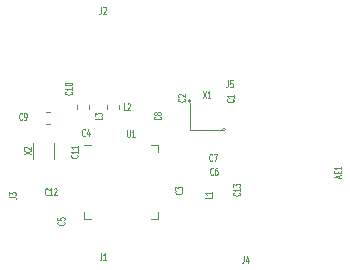
<source format=gto>
%TF.GenerationSoftware,KiCad,Pcbnew,(5.1.6)-1*%
%TF.CreationDate,2020-10-25T10:58:20+08:00*%
%TF.ProjectId,NRF52840,4e524635-3238-4343-902e-6b696361645f,rev?*%
%TF.SameCoordinates,Original*%
%TF.FileFunction,Legend,Top*%
%TF.FilePolarity,Positive*%
%FSLAX46Y46*%
G04 Gerber Fmt 4.6, Leading zero omitted, Abs format (unit mm)*
G04 Created by KiCad (PCBNEW (5.1.6)-1) date 2020-10-25 10:58:20*
%MOMM*%
%LPD*%
G01*
G04 APERTURE LIST*
%ADD10C,0.100000*%
%ADD11C,0.120000*%
%ADD12O,1.600000X0.900000*%
%ADD13O,0.900000X1.600000*%
%ADD14R,1.900000X1.100000*%
%ADD15R,1.000000X0.900000*%
%ADD16R,4.700000X4.700000*%
G04 APERTURE END LIST*
D10*
X132290742Y-114626340D02*
G75*
G03*
X132290742Y-114626340I-128062J0D01*
G01*
X135184746Y-117066340D02*
G75*
G03*
X135184746Y-117066340I-122066J0D01*
G01*
D11*
%TO.C,X2*%
X118897680Y-119531340D02*
X118897680Y-118181340D01*
X120647680Y-119531340D02*
X120647680Y-118181340D01*
%TO.C,X1*%
X132194740Y-117098400D02*
X134894740Y-117098400D01*
X132194740Y-114798400D02*
X132194740Y-117098400D01*
%TO.C,U1*%
X123792680Y-118396340D02*
X123242680Y-118396340D01*
X129462680Y-124616340D02*
X129462680Y-124066340D01*
X128912680Y-124616340D02*
X129462680Y-124616340D01*
X123242680Y-124616340D02*
X123242680Y-124066340D01*
X123792680Y-124616340D02*
X123242680Y-124616340D01*
X129462680Y-118396340D02*
X129462680Y-118946340D01*
X128912680Y-118396340D02*
X129462680Y-118396340D01*
%TO.C,L2*%
X125142680Y-114965073D02*
X125142680Y-115307607D01*
X126162680Y-114965073D02*
X126162680Y-115307607D01*
%TO.C,C10*%
X122632680Y-114975073D02*
X122632680Y-115317607D01*
X123652680Y-114975073D02*
X123652680Y-115317607D01*
%TO.C,C9*%
X120363947Y-115546340D02*
X120021413Y-115546340D01*
X120363947Y-116566340D02*
X120021413Y-116566340D01*
%TO.C,J3*%
D10*
X116854108Y-122779673D02*
X117282680Y-122779673D01*
X117368394Y-122798720D01*
X117425537Y-122836816D01*
X117454108Y-122893959D01*
X117454108Y-122932054D01*
X116854108Y-122627292D02*
X116854108Y-122379673D01*
X117082680Y-122513006D01*
X117082680Y-122455863D01*
X117111251Y-122417768D01*
X117139822Y-122398720D01*
X117196965Y-122379673D01*
X117339822Y-122379673D01*
X117396965Y-122398720D01*
X117425537Y-122417768D01*
X117454108Y-122455863D01*
X117454108Y-122570149D01*
X117425537Y-122608244D01*
X117396965Y-122627292D01*
%TO.C,J4*%
X136719346Y-127747768D02*
X136719346Y-128176340D01*
X136700299Y-128262054D01*
X136662203Y-128319197D01*
X136605060Y-128347768D01*
X136566965Y-128347768D01*
X137081251Y-127947768D02*
X137081251Y-128347768D01*
X136986013Y-127719197D02*
X136890775Y-128147768D01*
X137138394Y-128147768D01*
%TO.C,J1*%
X124679346Y-127497768D02*
X124679346Y-127926340D01*
X124660299Y-128012054D01*
X124622203Y-128069197D01*
X124565060Y-128097768D01*
X124526965Y-128097768D01*
X125079346Y-128097768D02*
X124850775Y-128097768D01*
X124965060Y-128097768D02*
X124965060Y-127497768D01*
X124926965Y-127583482D01*
X124888870Y-127640625D01*
X124850775Y-127669197D01*
%TO.C,J5*%
X135409346Y-112867768D02*
X135409346Y-113296340D01*
X135390299Y-113382054D01*
X135352203Y-113439197D01*
X135295060Y-113467768D01*
X135256965Y-113467768D01*
X135790299Y-112867768D02*
X135599822Y-112867768D01*
X135580775Y-113153482D01*
X135599822Y-113124911D01*
X135637918Y-113096340D01*
X135733156Y-113096340D01*
X135771251Y-113124911D01*
X135790299Y-113153482D01*
X135809346Y-113210625D01*
X135809346Y-113353482D01*
X135790299Y-113410625D01*
X135771251Y-113439197D01*
X135733156Y-113467768D01*
X135637918Y-113467768D01*
X135599822Y-113439197D01*
X135580775Y-113410625D01*
%TO.C,J2*%
X124659346Y-106657768D02*
X124659346Y-107086340D01*
X124640299Y-107172054D01*
X124602203Y-107229197D01*
X124545060Y-107257768D01*
X124506965Y-107257768D01*
X124830775Y-106714911D02*
X124849822Y-106686340D01*
X124887918Y-106657768D01*
X124983156Y-106657768D01*
X125021251Y-106686340D01*
X125040299Y-106714911D01*
X125059346Y-106772054D01*
X125059346Y-106829197D01*
X125040299Y-106914911D01*
X124811727Y-107257768D01*
X125059346Y-107257768D01*
%TO.C,AE1*%
X144822680Y-121133006D02*
X144822680Y-120942530D01*
X144994108Y-121171101D02*
X144394108Y-121037768D01*
X144994108Y-120904435D01*
X144679822Y-120771101D02*
X144679822Y-120637768D01*
X144994108Y-120580625D02*
X144994108Y-120771101D01*
X144394108Y-120771101D01*
X144394108Y-120580625D01*
X144994108Y-120199673D02*
X144994108Y-120428244D01*
X144994108Y-120313959D02*
X144394108Y-120313959D01*
X144479822Y-120352054D01*
X144536965Y-120390149D01*
X144565537Y-120428244D01*
%TO.C,C13*%
X136356965Y-122403482D02*
X136385537Y-122422530D01*
X136414108Y-122479673D01*
X136414108Y-122517768D01*
X136385537Y-122574911D01*
X136328394Y-122613006D01*
X136271251Y-122632054D01*
X136156965Y-122651101D01*
X136071251Y-122651101D01*
X135956965Y-122632054D01*
X135899822Y-122613006D01*
X135842680Y-122574911D01*
X135814108Y-122517768D01*
X135814108Y-122479673D01*
X135842680Y-122422530D01*
X135871251Y-122403482D01*
X136414108Y-122022530D02*
X136414108Y-122251101D01*
X136414108Y-122136816D02*
X135814108Y-122136816D01*
X135899822Y-122174911D01*
X135956965Y-122213006D01*
X135985537Y-122251101D01*
X135814108Y-121889197D02*
X135814108Y-121641578D01*
X136042680Y-121774911D01*
X136042680Y-121717768D01*
X136071251Y-121679673D01*
X136099822Y-121660625D01*
X136156965Y-121641578D01*
X136299822Y-121641578D01*
X136356965Y-121660625D01*
X136385537Y-121679673D01*
X136414108Y-121717768D01*
X136414108Y-121832054D01*
X136385537Y-121870149D01*
X136356965Y-121889197D01*
%TO.C,X2*%
X118104108Y-119150149D02*
X118704108Y-118883482D01*
X118104108Y-118883482D02*
X118704108Y-119150149D01*
X118161251Y-118750149D02*
X118132680Y-118731101D01*
X118104108Y-118693006D01*
X118104108Y-118597768D01*
X118132680Y-118559673D01*
X118161251Y-118540625D01*
X118218394Y-118521578D01*
X118275537Y-118521578D01*
X118361251Y-118540625D01*
X118704108Y-118769197D01*
X118704108Y-118521578D01*
%TO.C,X1*%
X133268870Y-113767768D02*
X133535537Y-114367768D01*
X133535537Y-113767768D02*
X133268870Y-114367768D01*
X133897441Y-114367768D02*
X133668870Y-114367768D01*
X133783156Y-114367768D02*
X133783156Y-113767768D01*
X133745060Y-113853482D01*
X133706965Y-113910625D01*
X133668870Y-113939197D01*
%TO.C,U1*%
X126857918Y-117087768D02*
X126857918Y-117573482D01*
X126876965Y-117630625D01*
X126896013Y-117659197D01*
X126934108Y-117687768D01*
X127010299Y-117687768D01*
X127048394Y-117659197D01*
X127067441Y-117630625D01*
X127086489Y-117573482D01*
X127086489Y-117087768D01*
X127486489Y-117687768D02*
X127257918Y-117687768D01*
X127372203Y-117687768D02*
X127372203Y-117087768D01*
X127334108Y-117173482D01*
X127296013Y-117230625D01*
X127257918Y-117259197D01*
%TO.C,L3*%
X124704108Y-115983006D02*
X124704108Y-116173482D01*
X124104108Y-116173482D01*
X124104108Y-115887768D02*
X124104108Y-115640149D01*
X124332680Y-115773482D01*
X124332680Y-115716340D01*
X124361251Y-115678244D01*
X124389822Y-115659197D01*
X124446965Y-115640149D01*
X124589822Y-115640149D01*
X124646965Y-115659197D01*
X124675537Y-115678244D01*
X124704108Y-115716340D01*
X124704108Y-115830625D01*
X124675537Y-115868720D01*
X124646965Y-115887768D01*
%TO.C,L2*%
X126786013Y-115427768D02*
X126595537Y-115427768D01*
X126595537Y-114827768D01*
X126900299Y-114884911D02*
X126919346Y-114856340D01*
X126957441Y-114827768D01*
X127052680Y-114827768D01*
X127090775Y-114856340D01*
X127109822Y-114884911D01*
X127128870Y-114942054D01*
X127128870Y-114999197D01*
X127109822Y-115084911D01*
X126881251Y-115427768D01*
X127128870Y-115427768D01*
%TO.C,L1*%
X134014108Y-122693006D02*
X134014108Y-122883482D01*
X133414108Y-122883482D01*
X134014108Y-122350149D02*
X134014108Y-122578720D01*
X134014108Y-122464435D02*
X133414108Y-122464435D01*
X133499822Y-122502530D01*
X133556965Y-122540625D01*
X133585537Y-122578720D01*
%TO.C,C12*%
X120135537Y-122560625D02*
X120116489Y-122589197D01*
X120059346Y-122617768D01*
X120021251Y-122617768D01*
X119964108Y-122589197D01*
X119926013Y-122532054D01*
X119906965Y-122474911D01*
X119887918Y-122360625D01*
X119887918Y-122274911D01*
X119906965Y-122160625D01*
X119926013Y-122103482D01*
X119964108Y-122046340D01*
X120021251Y-122017768D01*
X120059346Y-122017768D01*
X120116489Y-122046340D01*
X120135537Y-122074911D01*
X120516489Y-122617768D02*
X120287918Y-122617768D01*
X120402203Y-122617768D02*
X120402203Y-122017768D01*
X120364108Y-122103482D01*
X120326013Y-122160625D01*
X120287918Y-122189197D01*
X120668870Y-122074911D02*
X120687918Y-122046340D01*
X120726013Y-122017768D01*
X120821251Y-122017768D01*
X120859346Y-122046340D01*
X120878394Y-122074911D01*
X120897441Y-122132054D01*
X120897441Y-122189197D01*
X120878394Y-122274911D01*
X120649822Y-122617768D01*
X120897441Y-122617768D01*
%TO.C,C11*%
X122626965Y-119203482D02*
X122655537Y-119222530D01*
X122684108Y-119279673D01*
X122684108Y-119317768D01*
X122655537Y-119374911D01*
X122598394Y-119413006D01*
X122541251Y-119432054D01*
X122426965Y-119451101D01*
X122341251Y-119451101D01*
X122226965Y-119432054D01*
X122169822Y-119413006D01*
X122112680Y-119374911D01*
X122084108Y-119317768D01*
X122084108Y-119279673D01*
X122112680Y-119222530D01*
X122141251Y-119203482D01*
X122684108Y-118822530D02*
X122684108Y-119051101D01*
X122684108Y-118936816D02*
X122084108Y-118936816D01*
X122169822Y-118974911D01*
X122226965Y-119013006D01*
X122255537Y-119051101D01*
X122684108Y-118441578D02*
X122684108Y-118670149D01*
X122684108Y-118555863D02*
X122084108Y-118555863D01*
X122169822Y-118593959D01*
X122226965Y-118632054D01*
X122255537Y-118670149D01*
%TO.C,C10*%
X122136965Y-113853482D02*
X122165537Y-113872530D01*
X122194108Y-113929673D01*
X122194108Y-113967768D01*
X122165537Y-114024911D01*
X122108394Y-114063006D01*
X122051251Y-114082054D01*
X121936965Y-114101101D01*
X121851251Y-114101101D01*
X121736965Y-114082054D01*
X121679822Y-114063006D01*
X121622680Y-114024911D01*
X121594108Y-113967768D01*
X121594108Y-113929673D01*
X121622680Y-113872530D01*
X121651251Y-113853482D01*
X122194108Y-113472530D02*
X122194108Y-113701101D01*
X122194108Y-113586816D02*
X121594108Y-113586816D01*
X121679822Y-113624911D01*
X121736965Y-113663006D01*
X121765537Y-113701101D01*
X121594108Y-113224911D02*
X121594108Y-113186816D01*
X121622680Y-113148720D01*
X121651251Y-113129673D01*
X121708394Y-113110625D01*
X121822680Y-113091578D01*
X121965537Y-113091578D01*
X122079822Y-113110625D01*
X122136965Y-113129673D01*
X122165537Y-113148720D01*
X122194108Y-113186816D01*
X122194108Y-113224911D01*
X122165537Y-113263006D01*
X122136965Y-113282054D01*
X122079822Y-113301101D01*
X121965537Y-113320149D01*
X121822680Y-113320149D01*
X121708394Y-113301101D01*
X121651251Y-113282054D01*
X121622680Y-113263006D01*
X121594108Y-113224911D01*
%TO.C,C9*%
X117976013Y-116200625D02*
X117956965Y-116229197D01*
X117899822Y-116257768D01*
X117861727Y-116257768D01*
X117804584Y-116229197D01*
X117766489Y-116172054D01*
X117747441Y-116114911D01*
X117728394Y-116000625D01*
X117728394Y-115914911D01*
X117747441Y-115800625D01*
X117766489Y-115743482D01*
X117804584Y-115686340D01*
X117861727Y-115657768D01*
X117899822Y-115657768D01*
X117956965Y-115686340D01*
X117976013Y-115714911D01*
X118166489Y-116257768D02*
X118242680Y-116257768D01*
X118280775Y-116229197D01*
X118299822Y-116200625D01*
X118337918Y-116114911D01*
X118356965Y-116000625D01*
X118356965Y-115772054D01*
X118337918Y-115714911D01*
X118318870Y-115686340D01*
X118280775Y-115657768D01*
X118204584Y-115657768D01*
X118166489Y-115686340D01*
X118147441Y-115714911D01*
X118128394Y-115772054D01*
X118128394Y-115914911D01*
X118147441Y-115972054D01*
X118166489Y-116000625D01*
X118204584Y-116029197D01*
X118280775Y-116029197D01*
X118318870Y-116000625D01*
X118337918Y-115972054D01*
X118356965Y-115914911D01*
%TO.C,C8*%
X129676965Y-115953006D02*
X129705537Y-115972054D01*
X129734108Y-116029197D01*
X129734108Y-116067292D01*
X129705537Y-116124435D01*
X129648394Y-116162530D01*
X129591251Y-116181578D01*
X129476965Y-116200625D01*
X129391251Y-116200625D01*
X129276965Y-116181578D01*
X129219822Y-116162530D01*
X129162680Y-116124435D01*
X129134108Y-116067292D01*
X129134108Y-116029197D01*
X129162680Y-115972054D01*
X129191251Y-115953006D01*
X129391251Y-115724435D02*
X129362680Y-115762530D01*
X129334108Y-115781578D01*
X129276965Y-115800625D01*
X129248394Y-115800625D01*
X129191251Y-115781578D01*
X129162680Y-115762530D01*
X129134108Y-115724435D01*
X129134108Y-115648244D01*
X129162680Y-115610149D01*
X129191251Y-115591101D01*
X129248394Y-115572054D01*
X129276965Y-115572054D01*
X129334108Y-115591101D01*
X129362680Y-115610149D01*
X129391251Y-115648244D01*
X129391251Y-115724435D01*
X129419822Y-115762530D01*
X129448394Y-115781578D01*
X129505537Y-115800625D01*
X129619822Y-115800625D01*
X129676965Y-115781578D01*
X129705537Y-115762530D01*
X129734108Y-115724435D01*
X129734108Y-115648244D01*
X129705537Y-115610149D01*
X129676965Y-115591101D01*
X129619822Y-115572054D01*
X129505537Y-115572054D01*
X129448394Y-115591101D01*
X129419822Y-115610149D01*
X129391251Y-115648244D01*
%TO.C,C7*%
X134056013Y-119670625D02*
X134036965Y-119699197D01*
X133979822Y-119727768D01*
X133941727Y-119727768D01*
X133884584Y-119699197D01*
X133846489Y-119642054D01*
X133827441Y-119584911D01*
X133808394Y-119470625D01*
X133808394Y-119384911D01*
X133827441Y-119270625D01*
X133846489Y-119213482D01*
X133884584Y-119156340D01*
X133941727Y-119127768D01*
X133979822Y-119127768D01*
X134036965Y-119156340D01*
X134056013Y-119184911D01*
X134189346Y-119127768D02*
X134456013Y-119127768D01*
X134284584Y-119727768D01*
%TO.C,C6*%
X134136013Y-120830625D02*
X134116965Y-120859197D01*
X134059822Y-120887768D01*
X134021727Y-120887768D01*
X133964584Y-120859197D01*
X133926489Y-120802054D01*
X133907441Y-120744911D01*
X133888394Y-120630625D01*
X133888394Y-120544911D01*
X133907441Y-120430625D01*
X133926489Y-120373482D01*
X133964584Y-120316340D01*
X134021727Y-120287768D01*
X134059822Y-120287768D01*
X134116965Y-120316340D01*
X134136013Y-120344911D01*
X134478870Y-120287768D02*
X134402680Y-120287768D01*
X134364584Y-120316340D01*
X134345537Y-120344911D01*
X134307441Y-120430625D01*
X134288394Y-120544911D01*
X134288394Y-120773482D01*
X134307441Y-120830625D01*
X134326489Y-120859197D01*
X134364584Y-120887768D01*
X134440775Y-120887768D01*
X134478870Y-120859197D01*
X134497918Y-120830625D01*
X134516965Y-120773482D01*
X134516965Y-120630625D01*
X134497918Y-120573482D01*
X134478870Y-120544911D01*
X134440775Y-120516340D01*
X134364584Y-120516340D01*
X134326489Y-120544911D01*
X134307441Y-120573482D01*
X134288394Y-120630625D01*
%TO.C,C5*%
X121506965Y-124863006D02*
X121535537Y-124882054D01*
X121564108Y-124939197D01*
X121564108Y-124977292D01*
X121535537Y-125034435D01*
X121478394Y-125072530D01*
X121421251Y-125091578D01*
X121306965Y-125110625D01*
X121221251Y-125110625D01*
X121106965Y-125091578D01*
X121049822Y-125072530D01*
X120992680Y-125034435D01*
X120964108Y-124977292D01*
X120964108Y-124939197D01*
X120992680Y-124882054D01*
X121021251Y-124863006D01*
X120964108Y-124501101D02*
X120964108Y-124691578D01*
X121249822Y-124710625D01*
X121221251Y-124691578D01*
X121192680Y-124653482D01*
X121192680Y-124558244D01*
X121221251Y-124520149D01*
X121249822Y-124501101D01*
X121306965Y-124482054D01*
X121449822Y-124482054D01*
X121506965Y-124501101D01*
X121535537Y-124520149D01*
X121564108Y-124558244D01*
X121564108Y-124653482D01*
X121535537Y-124691578D01*
X121506965Y-124710625D01*
%TO.C,C4*%
X123276013Y-117560625D02*
X123256965Y-117589197D01*
X123199822Y-117617768D01*
X123161727Y-117617768D01*
X123104584Y-117589197D01*
X123066489Y-117532054D01*
X123047441Y-117474911D01*
X123028394Y-117360625D01*
X123028394Y-117274911D01*
X123047441Y-117160625D01*
X123066489Y-117103482D01*
X123104584Y-117046340D01*
X123161727Y-117017768D01*
X123199822Y-117017768D01*
X123256965Y-117046340D01*
X123276013Y-117074911D01*
X123618870Y-117217768D02*
X123618870Y-117617768D01*
X123523632Y-116989197D02*
X123428394Y-117417768D01*
X123676013Y-117417768D01*
%TO.C,C3*%
X131486965Y-122263006D02*
X131515537Y-122282054D01*
X131544108Y-122339197D01*
X131544108Y-122377292D01*
X131515537Y-122434435D01*
X131458394Y-122472530D01*
X131401251Y-122491578D01*
X131286965Y-122510625D01*
X131201251Y-122510625D01*
X131086965Y-122491578D01*
X131029822Y-122472530D01*
X130972680Y-122434435D01*
X130944108Y-122377292D01*
X130944108Y-122339197D01*
X130972680Y-122282054D01*
X131001251Y-122263006D01*
X130944108Y-122129673D02*
X130944108Y-121882054D01*
X131172680Y-122015387D01*
X131172680Y-121958244D01*
X131201251Y-121920149D01*
X131229822Y-121901101D01*
X131286965Y-121882054D01*
X131429822Y-121882054D01*
X131486965Y-121901101D01*
X131515537Y-121920149D01*
X131544108Y-121958244D01*
X131544108Y-122072530D01*
X131515537Y-122110625D01*
X131486965Y-122129673D01*
%TO.C,C2*%
X131716965Y-114443006D02*
X131745537Y-114462054D01*
X131774108Y-114519197D01*
X131774108Y-114557292D01*
X131745537Y-114614435D01*
X131688394Y-114652530D01*
X131631251Y-114671578D01*
X131516965Y-114690625D01*
X131431251Y-114690625D01*
X131316965Y-114671578D01*
X131259822Y-114652530D01*
X131202680Y-114614435D01*
X131174108Y-114557292D01*
X131174108Y-114519197D01*
X131202680Y-114462054D01*
X131231251Y-114443006D01*
X131231251Y-114290625D02*
X131202680Y-114271578D01*
X131174108Y-114233482D01*
X131174108Y-114138244D01*
X131202680Y-114100149D01*
X131231251Y-114081101D01*
X131288394Y-114062054D01*
X131345537Y-114062054D01*
X131431251Y-114081101D01*
X131774108Y-114309673D01*
X131774108Y-114062054D01*
%TO.C,C1*%
X135826965Y-114503006D02*
X135855537Y-114522054D01*
X135884108Y-114579197D01*
X135884108Y-114617292D01*
X135855537Y-114674435D01*
X135798394Y-114712530D01*
X135741251Y-114731578D01*
X135626965Y-114750625D01*
X135541251Y-114750625D01*
X135426965Y-114731578D01*
X135369822Y-114712530D01*
X135312680Y-114674435D01*
X135284108Y-114617292D01*
X135284108Y-114579197D01*
X135312680Y-114522054D01*
X135341251Y-114503006D01*
X135884108Y-114122054D02*
X135884108Y-114350625D01*
X135884108Y-114236340D02*
X135284108Y-114236340D01*
X135369822Y-114274435D01*
X135426965Y-114312530D01*
X135455537Y-114350625D01*
%TD*%
%LPC*%
D12*
%TO.C,J3*%
X115512680Y-113726340D03*
X115512680Y-114996340D03*
X115512680Y-116266340D03*
X115512680Y-117536340D03*
X115512680Y-118806340D03*
X115512680Y-120076340D03*
X115512680Y-121346340D03*
X115512680Y-122616340D03*
X115512680Y-123886340D03*
X115512680Y-125156340D03*
X115512680Y-126426340D03*
X115512680Y-127696340D03*
%TD*%
D13*
%TO.C,J4*%
X137497680Y-129466340D03*
X136227680Y-129466340D03*
%TD*%
%TO.C,J1*%
X117172680Y-129366340D03*
X118442680Y-129366340D03*
X119712680Y-129366340D03*
X120982680Y-129366340D03*
X122252680Y-129366340D03*
X123522680Y-129366340D03*
X124792680Y-129366340D03*
X126062680Y-129366340D03*
X127332680Y-129366340D03*
X128602680Y-129366340D03*
X129872680Y-129366340D03*
X131142680Y-129366340D03*
X132412680Y-129366340D03*
X133682680Y-129366340D03*
%TD*%
%TO.C,J5*%
X137497680Y-111966340D03*
X136227680Y-111966340D03*
%TD*%
%TO.C,J2*%
X117172680Y-112066340D03*
X118442680Y-112066340D03*
X119712680Y-112066340D03*
X120982680Y-112066340D03*
X122252680Y-112066340D03*
X123522680Y-112066340D03*
X124792680Y-112066340D03*
X126062680Y-112066340D03*
X127332680Y-112066340D03*
X128602680Y-112066340D03*
X129872680Y-112066340D03*
X131142680Y-112066340D03*
X132412680Y-112066340D03*
X133682680Y-112066340D03*
%TD*%
%TO.C,C13*%
G36*
G01*
X135330180Y-122006340D02*
X134935180Y-122006340D01*
G75*
G02*
X134762680Y-121833840I0J172500D01*
G01*
X134762680Y-121488840D01*
G75*
G02*
X134935180Y-121316340I172500J0D01*
G01*
X135330180Y-121316340D01*
G75*
G02*
X135502680Y-121488840I0J-172500D01*
G01*
X135502680Y-121833840D01*
G75*
G02*
X135330180Y-122006340I-172500J0D01*
G01*
G37*
G36*
G01*
X135330180Y-122976340D02*
X134935180Y-122976340D01*
G75*
G02*
X134762680Y-122803840I0J172500D01*
G01*
X134762680Y-122458840D01*
G75*
G02*
X134935180Y-122286340I172500J0D01*
G01*
X135330180Y-122286340D01*
G75*
G02*
X135502680Y-122458840I0J-172500D01*
G01*
X135502680Y-122803840D01*
G75*
G02*
X135330180Y-122976340I-172500J0D01*
G01*
G37*
%TD*%
D14*
%TO.C,X2*%
X119772680Y-120106340D03*
X119772680Y-117606340D03*
%TD*%
D15*
%TO.C,X1*%
X132844740Y-115398400D03*
X134244740Y-115398400D03*
X134244740Y-116498400D03*
X132844740Y-116498400D03*
%TD*%
D16*
%TO.C,U1*%
X126352680Y-121506340D03*
G36*
G01*
X124002680Y-118931340D02*
X124002680Y-118181340D01*
G75*
G02*
X124077680Y-118106340I75000J0D01*
G01*
X124227680Y-118106340D01*
G75*
G02*
X124302680Y-118181340I0J-75000D01*
G01*
X124302680Y-118931340D01*
G75*
G02*
X124227680Y-119006340I-75000J0D01*
G01*
X124077680Y-119006340D01*
G75*
G02*
X124002680Y-118931340I0J75000D01*
G01*
G37*
G36*
G01*
X124402680Y-118931340D02*
X124402680Y-118181340D01*
G75*
G02*
X124477680Y-118106340I75000J0D01*
G01*
X124627680Y-118106340D01*
G75*
G02*
X124702680Y-118181340I0J-75000D01*
G01*
X124702680Y-118931340D01*
G75*
G02*
X124627680Y-119006340I-75000J0D01*
G01*
X124477680Y-119006340D01*
G75*
G02*
X124402680Y-118931340I0J75000D01*
G01*
G37*
G36*
G01*
X124802680Y-118931340D02*
X124802680Y-118181340D01*
G75*
G02*
X124877680Y-118106340I75000J0D01*
G01*
X125027680Y-118106340D01*
G75*
G02*
X125102680Y-118181340I0J-75000D01*
G01*
X125102680Y-118931340D01*
G75*
G02*
X125027680Y-119006340I-75000J0D01*
G01*
X124877680Y-119006340D01*
G75*
G02*
X124802680Y-118931340I0J75000D01*
G01*
G37*
G36*
G01*
X125202680Y-118931340D02*
X125202680Y-118181340D01*
G75*
G02*
X125277680Y-118106340I75000J0D01*
G01*
X125427680Y-118106340D01*
G75*
G02*
X125502680Y-118181340I0J-75000D01*
G01*
X125502680Y-118931340D01*
G75*
G02*
X125427680Y-119006340I-75000J0D01*
G01*
X125277680Y-119006340D01*
G75*
G02*
X125202680Y-118931340I0J75000D01*
G01*
G37*
G36*
G01*
X125602680Y-118931340D02*
X125602680Y-118181340D01*
G75*
G02*
X125677680Y-118106340I75000J0D01*
G01*
X125827680Y-118106340D01*
G75*
G02*
X125902680Y-118181340I0J-75000D01*
G01*
X125902680Y-118931340D01*
G75*
G02*
X125827680Y-119006340I-75000J0D01*
G01*
X125677680Y-119006340D01*
G75*
G02*
X125602680Y-118931340I0J75000D01*
G01*
G37*
G36*
G01*
X126002680Y-118931340D02*
X126002680Y-118181340D01*
G75*
G02*
X126077680Y-118106340I75000J0D01*
G01*
X126227680Y-118106340D01*
G75*
G02*
X126302680Y-118181340I0J-75000D01*
G01*
X126302680Y-118931340D01*
G75*
G02*
X126227680Y-119006340I-75000J0D01*
G01*
X126077680Y-119006340D01*
G75*
G02*
X126002680Y-118931340I0J75000D01*
G01*
G37*
G36*
G01*
X126402680Y-118931340D02*
X126402680Y-118181340D01*
G75*
G02*
X126477680Y-118106340I75000J0D01*
G01*
X126627680Y-118106340D01*
G75*
G02*
X126702680Y-118181340I0J-75000D01*
G01*
X126702680Y-118931340D01*
G75*
G02*
X126627680Y-119006340I-75000J0D01*
G01*
X126477680Y-119006340D01*
G75*
G02*
X126402680Y-118931340I0J75000D01*
G01*
G37*
G36*
G01*
X126802680Y-118931340D02*
X126802680Y-118181340D01*
G75*
G02*
X126877680Y-118106340I75000J0D01*
G01*
X127027680Y-118106340D01*
G75*
G02*
X127102680Y-118181340I0J-75000D01*
G01*
X127102680Y-118931340D01*
G75*
G02*
X127027680Y-119006340I-75000J0D01*
G01*
X126877680Y-119006340D01*
G75*
G02*
X126802680Y-118931340I0J75000D01*
G01*
G37*
G36*
G01*
X127202680Y-118931340D02*
X127202680Y-118181340D01*
G75*
G02*
X127277680Y-118106340I75000J0D01*
G01*
X127427680Y-118106340D01*
G75*
G02*
X127502680Y-118181340I0J-75000D01*
G01*
X127502680Y-118931340D01*
G75*
G02*
X127427680Y-119006340I-75000J0D01*
G01*
X127277680Y-119006340D01*
G75*
G02*
X127202680Y-118931340I0J75000D01*
G01*
G37*
G36*
G01*
X127602680Y-118931340D02*
X127602680Y-118181340D01*
G75*
G02*
X127677680Y-118106340I75000J0D01*
G01*
X127827680Y-118106340D01*
G75*
G02*
X127902680Y-118181340I0J-75000D01*
G01*
X127902680Y-118931340D01*
G75*
G02*
X127827680Y-119006340I-75000J0D01*
G01*
X127677680Y-119006340D01*
G75*
G02*
X127602680Y-118931340I0J75000D01*
G01*
G37*
G36*
G01*
X128002680Y-118931340D02*
X128002680Y-118181340D01*
G75*
G02*
X128077680Y-118106340I75000J0D01*
G01*
X128227680Y-118106340D01*
G75*
G02*
X128302680Y-118181340I0J-75000D01*
G01*
X128302680Y-118931340D01*
G75*
G02*
X128227680Y-119006340I-75000J0D01*
G01*
X128077680Y-119006340D01*
G75*
G02*
X128002680Y-118931340I0J75000D01*
G01*
G37*
G36*
G01*
X128402680Y-118931340D02*
X128402680Y-118181340D01*
G75*
G02*
X128477680Y-118106340I75000J0D01*
G01*
X128627680Y-118106340D01*
G75*
G02*
X128702680Y-118181340I0J-75000D01*
G01*
X128702680Y-118931340D01*
G75*
G02*
X128627680Y-119006340I-75000J0D01*
G01*
X128477680Y-119006340D01*
G75*
G02*
X128402680Y-118931340I0J75000D01*
G01*
G37*
G36*
G01*
X128852680Y-119381340D02*
X128852680Y-119231340D01*
G75*
G02*
X128927680Y-119156340I75000J0D01*
G01*
X129677680Y-119156340D01*
G75*
G02*
X129752680Y-119231340I0J-75000D01*
G01*
X129752680Y-119381340D01*
G75*
G02*
X129677680Y-119456340I-75000J0D01*
G01*
X128927680Y-119456340D01*
G75*
G02*
X128852680Y-119381340I0J75000D01*
G01*
G37*
G36*
G01*
X128852680Y-119781340D02*
X128852680Y-119631340D01*
G75*
G02*
X128927680Y-119556340I75000J0D01*
G01*
X129677680Y-119556340D01*
G75*
G02*
X129752680Y-119631340I0J-75000D01*
G01*
X129752680Y-119781340D01*
G75*
G02*
X129677680Y-119856340I-75000J0D01*
G01*
X128927680Y-119856340D01*
G75*
G02*
X128852680Y-119781340I0J75000D01*
G01*
G37*
G36*
G01*
X128852680Y-120181340D02*
X128852680Y-120031340D01*
G75*
G02*
X128927680Y-119956340I75000J0D01*
G01*
X129677680Y-119956340D01*
G75*
G02*
X129752680Y-120031340I0J-75000D01*
G01*
X129752680Y-120181340D01*
G75*
G02*
X129677680Y-120256340I-75000J0D01*
G01*
X128927680Y-120256340D01*
G75*
G02*
X128852680Y-120181340I0J75000D01*
G01*
G37*
G36*
G01*
X128852680Y-120581340D02*
X128852680Y-120431340D01*
G75*
G02*
X128927680Y-120356340I75000J0D01*
G01*
X129677680Y-120356340D01*
G75*
G02*
X129752680Y-120431340I0J-75000D01*
G01*
X129752680Y-120581340D01*
G75*
G02*
X129677680Y-120656340I-75000J0D01*
G01*
X128927680Y-120656340D01*
G75*
G02*
X128852680Y-120581340I0J75000D01*
G01*
G37*
G36*
G01*
X128852680Y-120981340D02*
X128852680Y-120831340D01*
G75*
G02*
X128927680Y-120756340I75000J0D01*
G01*
X129677680Y-120756340D01*
G75*
G02*
X129752680Y-120831340I0J-75000D01*
G01*
X129752680Y-120981340D01*
G75*
G02*
X129677680Y-121056340I-75000J0D01*
G01*
X128927680Y-121056340D01*
G75*
G02*
X128852680Y-120981340I0J75000D01*
G01*
G37*
G36*
G01*
X128852680Y-121381340D02*
X128852680Y-121231340D01*
G75*
G02*
X128927680Y-121156340I75000J0D01*
G01*
X129677680Y-121156340D01*
G75*
G02*
X129752680Y-121231340I0J-75000D01*
G01*
X129752680Y-121381340D01*
G75*
G02*
X129677680Y-121456340I-75000J0D01*
G01*
X128927680Y-121456340D01*
G75*
G02*
X128852680Y-121381340I0J75000D01*
G01*
G37*
G36*
G01*
X128852680Y-121781340D02*
X128852680Y-121631340D01*
G75*
G02*
X128927680Y-121556340I75000J0D01*
G01*
X129677680Y-121556340D01*
G75*
G02*
X129752680Y-121631340I0J-75000D01*
G01*
X129752680Y-121781340D01*
G75*
G02*
X129677680Y-121856340I-75000J0D01*
G01*
X128927680Y-121856340D01*
G75*
G02*
X128852680Y-121781340I0J75000D01*
G01*
G37*
G36*
G01*
X128852680Y-122181340D02*
X128852680Y-122031340D01*
G75*
G02*
X128927680Y-121956340I75000J0D01*
G01*
X129677680Y-121956340D01*
G75*
G02*
X129752680Y-122031340I0J-75000D01*
G01*
X129752680Y-122181340D01*
G75*
G02*
X129677680Y-122256340I-75000J0D01*
G01*
X128927680Y-122256340D01*
G75*
G02*
X128852680Y-122181340I0J75000D01*
G01*
G37*
G36*
G01*
X128852680Y-122581340D02*
X128852680Y-122431340D01*
G75*
G02*
X128927680Y-122356340I75000J0D01*
G01*
X129677680Y-122356340D01*
G75*
G02*
X129752680Y-122431340I0J-75000D01*
G01*
X129752680Y-122581340D01*
G75*
G02*
X129677680Y-122656340I-75000J0D01*
G01*
X128927680Y-122656340D01*
G75*
G02*
X128852680Y-122581340I0J75000D01*
G01*
G37*
G36*
G01*
X128852680Y-122981340D02*
X128852680Y-122831340D01*
G75*
G02*
X128927680Y-122756340I75000J0D01*
G01*
X129677680Y-122756340D01*
G75*
G02*
X129752680Y-122831340I0J-75000D01*
G01*
X129752680Y-122981340D01*
G75*
G02*
X129677680Y-123056340I-75000J0D01*
G01*
X128927680Y-123056340D01*
G75*
G02*
X128852680Y-122981340I0J75000D01*
G01*
G37*
G36*
G01*
X128852680Y-123381340D02*
X128852680Y-123231340D01*
G75*
G02*
X128927680Y-123156340I75000J0D01*
G01*
X129677680Y-123156340D01*
G75*
G02*
X129752680Y-123231340I0J-75000D01*
G01*
X129752680Y-123381340D01*
G75*
G02*
X129677680Y-123456340I-75000J0D01*
G01*
X128927680Y-123456340D01*
G75*
G02*
X128852680Y-123381340I0J75000D01*
G01*
G37*
G36*
G01*
X128852680Y-123781340D02*
X128852680Y-123631340D01*
G75*
G02*
X128927680Y-123556340I75000J0D01*
G01*
X129677680Y-123556340D01*
G75*
G02*
X129752680Y-123631340I0J-75000D01*
G01*
X129752680Y-123781340D01*
G75*
G02*
X129677680Y-123856340I-75000J0D01*
G01*
X128927680Y-123856340D01*
G75*
G02*
X128852680Y-123781340I0J75000D01*
G01*
G37*
G36*
G01*
X128402680Y-124831340D02*
X128402680Y-124081340D01*
G75*
G02*
X128477680Y-124006340I75000J0D01*
G01*
X128627680Y-124006340D01*
G75*
G02*
X128702680Y-124081340I0J-75000D01*
G01*
X128702680Y-124831340D01*
G75*
G02*
X128627680Y-124906340I-75000J0D01*
G01*
X128477680Y-124906340D01*
G75*
G02*
X128402680Y-124831340I0J75000D01*
G01*
G37*
G36*
G01*
X128002680Y-124831340D02*
X128002680Y-124081340D01*
G75*
G02*
X128077680Y-124006340I75000J0D01*
G01*
X128227680Y-124006340D01*
G75*
G02*
X128302680Y-124081340I0J-75000D01*
G01*
X128302680Y-124831340D01*
G75*
G02*
X128227680Y-124906340I-75000J0D01*
G01*
X128077680Y-124906340D01*
G75*
G02*
X128002680Y-124831340I0J75000D01*
G01*
G37*
G36*
G01*
X127602680Y-124831340D02*
X127602680Y-124081340D01*
G75*
G02*
X127677680Y-124006340I75000J0D01*
G01*
X127827680Y-124006340D01*
G75*
G02*
X127902680Y-124081340I0J-75000D01*
G01*
X127902680Y-124831340D01*
G75*
G02*
X127827680Y-124906340I-75000J0D01*
G01*
X127677680Y-124906340D01*
G75*
G02*
X127602680Y-124831340I0J75000D01*
G01*
G37*
G36*
G01*
X127202680Y-124831340D02*
X127202680Y-124081340D01*
G75*
G02*
X127277680Y-124006340I75000J0D01*
G01*
X127427680Y-124006340D01*
G75*
G02*
X127502680Y-124081340I0J-75000D01*
G01*
X127502680Y-124831340D01*
G75*
G02*
X127427680Y-124906340I-75000J0D01*
G01*
X127277680Y-124906340D01*
G75*
G02*
X127202680Y-124831340I0J75000D01*
G01*
G37*
G36*
G01*
X126802680Y-124831340D02*
X126802680Y-124081340D01*
G75*
G02*
X126877680Y-124006340I75000J0D01*
G01*
X127027680Y-124006340D01*
G75*
G02*
X127102680Y-124081340I0J-75000D01*
G01*
X127102680Y-124831340D01*
G75*
G02*
X127027680Y-124906340I-75000J0D01*
G01*
X126877680Y-124906340D01*
G75*
G02*
X126802680Y-124831340I0J75000D01*
G01*
G37*
G36*
G01*
X126402680Y-124831340D02*
X126402680Y-124081340D01*
G75*
G02*
X126477680Y-124006340I75000J0D01*
G01*
X126627680Y-124006340D01*
G75*
G02*
X126702680Y-124081340I0J-75000D01*
G01*
X126702680Y-124831340D01*
G75*
G02*
X126627680Y-124906340I-75000J0D01*
G01*
X126477680Y-124906340D01*
G75*
G02*
X126402680Y-124831340I0J75000D01*
G01*
G37*
G36*
G01*
X126002680Y-124831340D02*
X126002680Y-124081340D01*
G75*
G02*
X126077680Y-124006340I75000J0D01*
G01*
X126227680Y-124006340D01*
G75*
G02*
X126302680Y-124081340I0J-75000D01*
G01*
X126302680Y-124831340D01*
G75*
G02*
X126227680Y-124906340I-75000J0D01*
G01*
X126077680Y-124906340D01*
G75*
G02*
X126002680Y-124831340I0J75000D01*
G01*
G37*
G36*
G01*
X125602680Y-124831340D02*
X125602680Y-124081340D01*
G75*
G02*
X125677680Y-124006340I75000J0D01*
G01*
X125827680Y-124006340D01*
G75*
G02*
X125902680Y-124081340I0J-75000D01*
G01*
X125902680Y-124831340D01*
G75*
G02*
X125827680Y-124906340I-75000J0D01*
G01*
X125677680Y-124906340D01*
G75*
G02*
X125602680Y-124831340I0J75000D01*
G01*
G37*
G36*
G01*
X125202680Y-124831340D02*
X125202680Y-124081340D01*
G75*
G02*
X125277680Y-124006340I75000J0D01*
G01*
X125427680Y-124006340D01*
G75*
G02*
X125502680Y-124081340I0J-75000D01*
G01*
X125502680Y-124831340D01*
G75*
G02*
X125427680Y-124906340I-75000J0D01*
G01*
X125277680Y-124906340D01*
G75*
G02*
X125202680Y-124831340I0J75000D01*
G01*
G37*
G36*
G01*
X124802680Y-124831340D02*
X124802680Y-124081340D01*
G75*
G02*
X124877680Y-124006340I75000J0D01*
G01*
X125027680Y-124006340D01*
G75*
G02*
X125102680Y-124081340I0J-75000D01*
G01*
X125102680Y-124831340D01*
G75*
G02*
X125027680Y-124906340I-75000J0D01*
G01*
X124877680Y-124906340D01*
G75*
G02*
X124802680Y-124831340I0J75000D01*
G01*
G37*
G36*
G01*
X124402680Y-124831340D02*
X124402680Y-124081340D01*
G75*
G02*
X124477680Y-124006340I75000J0D01*
G01*
X124627680Y-124006340D01*
G75*
G02*
X124702680Y-124081340I0J-75000D01*
G01*
X124702680Y-124831340D01*
G75*
G02*
X124627680Y-124906340I-75000J0D01*
G01*
X124477680Y-124906340D01*
G75*
G02*
X124402680Y-124831340I0J75000D01*
G01*
G37*
G36*
G01*
X124002680Y-124831340D02*
X124002680Y-124081340D01*
G75*
G02*
X124077680Y-124006340I75000J0D01*
G01*
X124227680Y-124006340D01*
G75*
G02*
X124302680Y-124081340I0J-75000D01*
G01*
X124302680Y-124831340D01*
G75*
G02*
X124227680Y-124906340I-75000J0D01*
G01*
X124077680Y-124906340D01*
G75*
G02*
X124002680Y-124831340I0J75000D01*
G01*
G37*
G36*
G01*
X122952680Y-123781340D02*
X122952680Y-123631340D01*
G75*
G02*
X123027680Y-123556340I75000J0D01*
G01*
X123777680Y-123556340D01*
G75*
G02*
X123852680Y-123631340I0J-75000D01*
G01*
X123852680Y-123781340D01*
G75*
G02*
X123777680Y-123856340I-75000J0D01*
G01*
X123027680Y-123856340D01*
G75*
G02*
X122952680Y-123781340I0J75000D01*
G01*
G37*
G36*
G01*
X122952680Y-123381340D02*
X122952680Y-123231340D01*
G75*
G02*
X123027680Y-123156340I75000J0D01*
G01*
X123777680Y-123156340D01*
G75*
G02*
X123852680Y-123231340I0J-75000D01*
G01*
X123852680Y-123381340D01*
G75*
G02*
X123777680Y-123456340I-75000J0D01*
G01*
X123027680Y-123456340D01*
G75*
G02*
X122952680Y-123381340I0J75000D01*
G01*
G37*
G36*
G01*
X122952680Y-122981340D02*
X122952680Y-122831340D01*
G75*
G02*
X123027680Y-122756340I75000J0D01*
G01*
X123777680Y-122756340D01*
G75*
G02*
X123852680Y-122831340I0J-75000D01*
G01*
X123852680Y-122981340D01*
G75*
G02*
X123777680Y-123056340I-75000J0D01*
G01*
X123027680Y-123056340D01*
G75*
G02*
X122952680Y-122981340I0J75000D01*
G01*
G37*
G36*
G01*
X122952680Y-122581340D02*
X122952680Y-122431340D01*
G75*
G02*
X123027680Y-122356340I75000J0D01*
G01*
X123777680Y-122356340D01*
G75*
G02*
X123852680Y-122431340I0J-75000D01*
G01*
X123852680Y-122581340D01*
G75*
G02*
X123777680Y-122656340I-75000J0D01*
G01*
X123027680Y-122656340D01*
G75*
G02*
X122952680Y-122581340I0J75000D01*
G01*
G37*
G36*
G01*
X122952680Y-122181340D02*
X122952680Y-122031340D01*
G75*
G02*
X123027680Y-121956340I75000J0D01*
G01*
X123777680Y-121956340D01*
G75*
G02*
X123852680Y-122031340I0J-75000D01*
G01*
X123852680Y-122181340D01*
G75*
G02*
X123777680Y-122256340I-75000J0D01*
G01*
X123027680Y-122256340D01*
G75*
G02*
X122952680Y-122181340I0J75000D01*
G01*
G37*
G36*
G01*
X122952680Y-121781340D02*
X122952680Y-121631340D01*
G75*
G02*
X123027680Y-121556340I75000J0D01*
G01*
X123777680Y-121556340D01*
G75*
G02*
X123852680Y-121631340I0J-75000D01*
G01*
X123852680Y-121781340D01*
G75*
G02*
X123777680Y-121856340I-75000J0D01*
G01*
X123027680Y-121856340D01*
G75*
G02*
X122952680Y-121781340I0J75000D01*
G01*
G37*
G36*
G01*
X122952680Y-121381340D02*
X122952680Y-121231340D01*
G75*
G02*
X123027680Y-121156340I75000J0D01*
G01*
X123777680Y-121156340D01*
G75*
G02*
X123852680Y-121231340I0J-75000D01*
G01*
X123852680Y-121381340D01*
G75*
G02*
X123777680Y-121456340I-75000J0D01*
G01*
X123027680Y-121456340D01*
G75*
G02*
X122952680Y-121381340I0J75000D01*
G01*
G37*
G36*
G01*
X122952680Y-120981340D02*
X122952680Y-120831340D01*
G75*
G02*
X123027680Y-120756340I75000J0D01*
G01*
X123777680Y-120756340D01*
G75*
G02*
X123852680Y-120831340I0J-75000D01*
G01*
X123852680Y-120981340D01*
G75*
G02*
X123777680Y-121056340I-75000J0D01*
G01*
X123027680Y-121056340D01*
G75*
G02*
X122952680Y-120981340I0J75000D01*
G01*
G37*
G36*
G01*
X122952680Y-120581340D02*
X122952680Y-120431340D01*
G75*
G02*
X123027680Y-120356340I75000J0D01*
G01*
X123777680Y-120356340D01*
G75*
G02*
X123852680Y-120431340I0J-75000D01*
G01*
X123852680Y-120581340D01*
G75*
G02*
X123777680Y-120656340I-75000J0D01*
G01*
X123027680Y-120656340D01*
G75*
G02*
X122952680Y-120581340I0J75000D01*
G01*
G37*
G36*
G01*
X122952680Y-120181340D02*
X122952680Y-120031340D01*
G75*
G02*
X123027680Y-119956340I75000J0D01*
G01*
X123777680Y-119956340D01*
G75*
G02*
X123852680Y-120031340I0J-75000D01*
G01*
X123852680Y-120181340D01*
G75*
G02*
X123777680Y-120256340I-75000J0D01*
G01*
X123027680Y-120256340D01*
G75*
G02*
X122952680Y-120181340I0J75000D01*
G01*
G37*
G36*
G01*
X122952680Y-119781340D02*
X122952680Y-119631340D01*
G75*
G02*
X123027680Y-119556340I75000J0D01*
G01*
X123777680Y-119556340D01*
G75*
G02*
X123852680Y-119631340I0J-75000D01*
G01*
X123852680Y-119781340D01*
G75*
G02*
X123777680Y-119856340I-75000J0D01*
G01*
X123027680Y-119856340D01*
G75*
G02*
X122952680Y-119781340I0J75000D01*
G01*
G37*
G36*
G01*
X122952680Y-119381340D02*
X122952680Y-119231340D01*
G75*
G02*
X123027680Y-119156340I75000J0D01*
G01*
X123777680Y-119156340D01*
G75*
G02*
X123852680Y-119231340I0J-75000D01*
G01*
X123852680Y-119381340D01*
G75*
G02*
X123777680Y-119456340I-75000J0D01*
G01*
X123027680Y-119456340D01*
G75*
G02*
X122952680Y-119381340I0J75000D01*
G01*
G37*
%TD*%
%TO.C,L3*%
G36*
G01*
X124600180Y-114286340D02*
X124205180Y-114286340D01*
G75*
G02*
X124032680Y-114113840I0J172500D01*
G01*
X124032680Y-113768840D01*
G75*
G02*
X124205180Y-113596340I172500J0D01*
G01*
X124600180Y-113596340D01*
G75*
G02*
X124772680Y-113768840I0J-172500D01*
G01*
X124772680Y-114113840D01*
G75*
G02*
X124600180Y-114286340I-172500J0D01*
G01*
G37*
G36*
G01*
X124600180Y-115256340D02*
X124205180Y-115256340D01*
G75*
G02*
X124032680Y-115083840I0J172500D01*
G01*
X124032680Y-114738840D01*
G75*
G02*
X124205180Y-114566340I172500J0D01*
G01*
X124600180Y-114566340D01*
G75*
G02*
X124772680Y-114738840I0J-172500D01*
G01*
X124772680Y-115083840D01*
G75*
G02*
X124600180Y-115256340I-172500J0D01*
G01*
G37*
%TD*%
%TO.C,L2*%
G36*
G01*
X125390180Y-115436340D02*
X125915180Y-115436340D01*
G75*
G02*
X126177680Y-115698840I0J-262500D01*
G01*
X126177680Y-116323840D01*
G75*
G02*
X125915180Y-116586340I-262500J0D01*
G01*
X125390180Y-116586340D01*
G75*
G02*
X125127680Y-116323840I0J262500D01*
G01*
X125127680Y-115698840D01*
G75*
G02*
X125390180Y-115436340I262500J0D01*
G01*
G37*
G36*
G01*
X125390180Y-113686340D02*
X125915180Y-113686340D01*
G75*
G02*
X126177680Y-113948840I0J-262500D01*
G01*
X126177680Y-114573840D01*
G75*
G02*
X125915180Y-114836340I-262500J0D01*
G01*
X125390180Y-114836340D01*
G75*
G02*
X125127680Y-114573840I0J262500D01*
G01*
X125127680Y-113948840D01*
G75*
G02*
X125390180Y-113686340I262500J0D01*
G01*
G37*
%TD*%
%TO.C,L1*%
G36*
G01*
X133522680Y-121488840D02*
X133522680Y-121883840D01*
G75*
G02*
X133350180Y-122056340I-172500J0D01*
G01*
X133005180Y-122056340D01*
G75*
G02*
X132832680Y-121883840I0J172500D01*
G01*
X132832680Y-121488840D01*
G75*
G02*
X133005180Y-121316340I172500J0D01*
G01*
X133350180Y-121316340D01*
G75*
G02*
X133522680Y-121488840I0J-172500D01*
G01*
G37*
G36*
G01*
X134492680Y-121488840D02*
X134492680Y-121883840D01*
G75*
G02*
X134320180Y-122056340I-172500J0D01*
G01*
X133975180Y-122056340D01*
G75*
G02*
X133802680Y-121883840I0J172500D01*
G01*
X133802680Y-121488840D01*
G75*
G02*
X133975180Y-121316340I172500J0D01*
G01*
X134320180Y-121316340D01*
G75*
G02*
X134492680Y-121488840I0J-172500D01*
G01*
G37*
%TD*%
%TO.C,C12*%
G36*
G01*
X119752680Y-121158840D02*
X119752680Y-121553840D01*
G75*
G02*
X119580180Y-121726340I-172500J0D01*
G01*
X119235180Y-121726340D01*
G75*
G02*
X119062680Y-121553840I0J172500D01*
G01*
X119062680Y-121158840D01*
G75*
G02*
X119235180Y-120986340I172500J0D01*
G01*
X119580180Y-120986340D01*
G75*
G02*
X119752680Y-121158840I0J-172500D01*
G01*
G37*
G36*
G01*
X120722680Y-121158840D02*
X120722680Y-121553840D01*
G75*
G02*
X120550180Y-121726340I-172500J0D01*
G01*
X120205180Y-121726340D01*
G75*
G02*
X120032680Y-121553840I0J172500D01*
G01*
X120032680Y-121158840D01*
G75*
G02*
X120205180Y-120986340I172500J0D01*
G01*
X120550180Y-120986340D01*
G75*
G02*
X120722680Y-121158840I0J-172500D01*
G01*
G37*
%TD*%
%TO.C,C11*%
G36*
G01*
X121275180Y-118956340D02*
X121670180Y-118956340D01*
G75*
G02*
X121842680Y-119128840I0J-172500D01*
G01*
X121842680Y-119473840D01*
G75*
G02*
X121670180Y-119646340I-172500J0D01*
G01*
X121275180Y-119646340D01*
G75*
G02*
X121102680Y-119473840I0J172500D01*
G01*
X121102680Y-119128840D01*
G75*
G02*
X121275180Y-118956340I172500J0D01*
G01*
G37*
G36*
G01*
X121275180Y-117986340D02*
X121670180Y-117986340D01*
G75*
G02*
X121842680Y-118158840I0J-172500D01*
G01*
X121842680Y-118503840D01*
G75*
G02*
X121670180Y-118676340I-172500J0D01*
G01*
X121275180Y-118676340D01*
G75*
G02*
X121102680Y-118503840I0J172500D01*
G01*
X121102680Y-118158840D01*
G75*
G02*
X121275180Y-117986340I172500J0D01*
G01*
G37*
%TD*%
%TO.C,C10*%
G36*
G01*
X122880180Y-115446340D02*
X123405180Y-115446340D01*
G75*
G02*
X123667680Y-115708840I0J-262500D01*
G01*
X123667680Y-116333840D01*
G75*
G02*
X123405180Y-116596340I-262500J0D01*
G01*
X122880180Y-116596340D01*
G75*
G02*
X122617680Y-116333840I0J262500D01*
G01*
X122617680Y-115708840D01*
G75*
G02*
X122880180Y-115446340I262500J0D01*
G01*
G37*
G36*
G01*
X122880180Y-113696340D02*
X123405180Y-113696340D01*
G75*
G02*
X123667680Y-113958840I0J-262500D01*
G01*
X123667680Y-114583840D01*
G75*
G02*
X123405180Y-114846340I-262500J0D01*
G01*
X122880180Y-114846340D01*
G75*
G02*
X122617680Y-114583840I0J262500D01*
G01*
X122617680Y-113958840D01*
G75*
G02*
X122880180Y-113696340I262500J0D01*
G01*
G37*
%TD*%
%TO.C,C9*%
G36*
G01*
X119892680Y-115793840D02*
X119892680Y-116318840D01*
G75*
G02*
X119630180Y-116581340I-262500J0D01*
G01*
X119005180Y-116581340D01*
G75*
G02*
X118742680Y-116318840I0J262500D01*
G01*
X118742680Y-115793840D01*
G75*
G02*
X119005180Y-115531340I262500J0D01*
G01*
X119630180Y-115531340D01*
G75*
G02*
X119892680Y-115793840I0J-262500D01*
G01*
G37*
G36*
G01*
X121642680Y-115793840D02*
X121642680Y-116318840D01*
G75*
G02*
X121380180Y-116581340I-262500J0D01*
G01*
X120755180Y-116581340D01*
G75*
G02*
X120492680Y-116318840I0J262500D01*
G01*
X120492680Y-115793840D01*
G75*
G02*
X120755180Y-115531340I262500J0D01*
G01*
X121380180Y-115531340D01*
G75*
G02*
X121642680Y-115793840I0J-262500D01*
G01*
G37*
%TD*%
%TO.C,C8*%
G36*
G01*
X130700180Y-115706340D02*
X130305180Y-115706340D01*
G75*
G02*
X130132680Y-115533840I0J172500D01*
G01*
X130132680Y-115188840D01*
G75*
G02*
X130305180Y-115016340I172500J0D01*
G01*
X130700180Y-115016340D01*
G75*
G02*
X130872680Y-115188840I0J-172500D01*
G01*
X130872680Y-115533840D01*
G75*
G02*
X130700180Y-115706340I-172500J0D01*
G01*
G37*
G36*
G01*
X130700180Y-116676340D02*
X130305180Y-116676340D01*
G75*
G02*
X130132680Y-116503840I0J172500D01*
G01*
X130132680Y-116158840D01*
G75*
G02*
X130305180Y-115986340I172500J0D01*
G01*
X130700180Y-115986340D01*
G75*
G02*
X130872680Y-116158840I0J-172500D01*
G01*
X130872680Y-116503840D01*
G75*
G02*
X130700180Y-116676340I-172500J0D01*
G01*
G37*
%TD*%
%TO.C,C7*%
G36*
G01*
X132522680Y-119298840D02*
X132522680Y-119693840D01*
G75*
G02*
X132350180Y-119866340I-172500J0D01*
G01*
X132005180Y-119866340D01*
G75*
G02*
X131832680Y-119693840I0J172500D01*
G01*
X131832680Y-119298840D01*
G75*
G02*
X132005180Y-119126340I172500J0D01*
G01*
X132350180Y-119126340D01*
G75*
G02*
X132522680Y-119298840I0J-172500D01*
G01*
G37*
G36*
G01*
X133492680Y-119298840D02*
X133492680Y-119693840D01*
G75*
G02*
X133320180Y-119866340I-172500J0D01*
G01*
X132975180Y-119866340D01*
G75*
G02*
X132802680Y-119693840I0J172500D01*
G01*
X132802680Y-119298840D01*
G75*
G02*
X132975180Y-119126340I172500J0D01*
G01*
X133320180Y-119126340D01*
G75*
G02*
X133492680Y-119298840I0J-172500D01*
G01*
G37*
%TD*%
%TO.C,C6*%
G36*
G01*
X132532680Y-120348840D02*
X132532680Y-120743840D01*
G75*
G02*
X132360180Y-120916340I-172500J0D01*
G01*
X132015180Y-120916340D01*
G75*
G02*
X131842680Y-120743840I0J172500D01*
G01*
X131842680Y-120348840D01*
G75*
G02*
X132015180Y-120176340I172500J0D01*
G01*
X132360180Y-120176340D01*
G75*
G02*
X132532680Y-120348840I0J-172500D01*
G01*
G37*
G36*
G01*
X133502680Y-120348840D02*
X133502680Y-120743840D01*
G75*
G02*
X133330180Y-120916340I-172500J0D01*
G01*
X132985180Y-120916340D01*
G75*
G02*
X132812680Y-120743840I0J172500D01*
G01*
X132812680Y-120348840D01*
G75*
G02*
X132985180Y-120176340I172500J0D01*
G01*
X133330180Y-120176340D01*
G75*
G02*
X133502680Y-120348840I0J-172500D01*
G01*
G37*
%TD*%
%TO.C,C5*%
G36*
G01*
X122420180Y-124996340D02*
X122025180Y-124996340D01*
G75*
G02*
X121852680Y-124823840I0J172500D01*
G01*
X121852680Y-124478840D01*
G75*
G02*
X122025180Y-124306340I172500J0D01*
G01*
X122420180Y-124306340D01*
G75*
G02*
X122592680Y-124478840I0J-172500D01*
G01*
X122592680Y-124823840D01*
G75*
G02*
X122420180Y-124996340I-172500J0D01*
G01*
G37*
G36*
G01*
X122420180Y-125966340D02*
X122025180Y-125966340D01*
G75*
G02*
X121852680Y-125793840I0J172500D01*
G01*
X121852680Y-125448840D01*
G75*
G02*
X122025180Y-125276340I172500J0D01*
G01*
X122420180Y-125276340D01*
G75*
G02*
X122592680Y-125448840I0J-172500D01*
G01*
X122592680Y-125793840D01*
G75*
G02*
X122420180Y-125966340I-172500J0D01*
G01*
G37*
%TD*%
%TO.C,C4*%
G36*
G01*
X121792680Y-117158840D02*
X121792680Y-117553840D01*
G75*
G02*
X121620180Y-117726340I-172500J0D01*
G01*
X121275180Y-117726340D01*
G75*
G02*
X121102680Y-117553840I0J172500D01*
G01*
X121102680Y-117158840D01*
G75*
G02*
X121275180Y-116986340I172500J0D01*
G01*
X121620180Y-116986340D01*
G75*
G02*
X121792680Y-117158840I0J-172500D01*
G01*
G37*
G36*
G01*
X122762680Y-117158840D02*
X122762680Y-117553840D01*
G75*
G02*
X122590180Y-117726340I-172500J0D01*
G01*
X122245180Y-117726340D01*
G75*
G02*
X122072680Y-117553840I0J172500D01*
G01*
X122072680Y-117158840D01*
G75*
G02*
X122245180Y-116986340I172500J0D01*
G01*
X122590180Y-116986340D01*
G75*
G02*
X122762680Y-117158840I0J-172500D01*
G01*
G37*
%TD*%
%TO.C,C3*%
G36*
G01*
X132390180Y-122006340D02*
X131995180Y-122006340D01*
G75*
G02*
X131822680Y-121833840I0J172500D01*
G01*
X131822680Y-121488840D01*
G75*
G02*
X131995180Y-121316340I172500J0D01*
G01*
X132390180Y-121316340D01*
G75*
G02*
X132562680Y-121488840I0J-172500D01*
G01*
X132562680Y-121833840D01*
G75*
G02*
X132390180Y-122006340I-172500J0D01*
G01*
G37*
G36*
G01*
X132390180Y-122976340D02*
X131995180Y-122976340D01*
G75*
G02*
X131822680Y-122803840I0J172500D01*
G01*
X131822680Y-122458840D01*
G75*
G02*
X131995180Y-122286340I172500J0D01*
G01*
X132390180Y-122286340D01*
G75*
G02*
X132562680Y-122458840I0J-172500D01*
G01*
X132562680Y-122803840D01*
G75*
G02*
X132390180Y-122976340I-172500J0D01*
G01*
G37*
%TD*%
%TO.C,C2*%
G36*
G01*
X131330480Y-115989340D02*
X131725480Y-115989340D01*
G75*
G02*
X131897980Y-116161840I0J-172500D01*
G01*
X131897980Y-116506840D01*
G75*
G02*
X131725480Y-116679340I-172500J0D01*
G01*
X131330480Y-116679340D01*
G75*
G02*
X131157980Y-116506840I0J172500D01*
G01*
X131157980Y-116161840D01*
G75*
G02*
X131330480Y-115989340I172500J0D01*
G01*
G37*
G36*
G01*
X131330480Y-115019340D02*
X131725480Y-115019340D01*
G75*
G02*
X131897980Y-115191840I0J-172500D01*
G01*
X131897980Y-115536840D01*
G75*
G02*
X131725480Y-115709340I-172500J0D01*
G01*
X131330480Y-115709340D01*
G75*
G02*
X131157980Y-115536840I0J172500D01*
G01*
X131157980Y-115191840D01*
G75*
G02*
X131330480Y-115019340I172500J0D01*
G01*
G37*
%TD*%
%TO.C,C1*%
G36*
G01*
X135804720Y-115709340D02*
X135409720Y-115709340D01*
G75*
G02*
X135237220Y-115536840I0J172500D01*
G01*
X135237220Y-115191840D01*
G75*
G02*
X135409720Y-115019340I172500J0D01*
G01*
X135804720Y-115019340D01*
G75*
G02*
X135977220Y-115191840I0J-172500D01*
G01*
X135977220Y-115536840D01*
G75*
G02*
X135804720Y-115709340I-172500J0D01*
G01*
G37*
G36*
G01*
X135804720Y-116679340D02*
X135409720Y-116679340D01*
G75*
G02*
X135237220Y-116506840I0J172500D01*
G01*
X135237220Y-116161840D01*
G75*
G02*
X135409720Y-115989340I172500J0D01*
G01*
X135804720Y-115989340D01*
G75*
G02*
X135977220Y-116161840I0J-172500D01*
G01*
X135977220Y-116506840D01*
G75*
G02*
X135804720Y-116679340I-172500J0D01*
G01*
G37*
%TD*%
M02*

</source>
